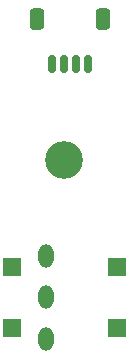
<source format=gbr>
%TF.GenerationSoftware,KiCad,Pcbnew,8.0.2*%
%TF.CreationDate,2024-10-24T00:18:05+02:00*%
%TF.ProjectId,leverBox,6c657665-7242-46f7-982e-6b696361645f,rev?*%
%TF.SameCoordinates,Original*%
%TF.FileFunction,Soldermask,Top*%
%TF.FilePolarity,Negative*%
%FSLAX46Y46*%
G04 Gerber Fmt 4.6, Leading zero omitted, Abs format (unit mm)*
G04 Created by KiCad (PCBNEW 8.0.2) date 2024-10-24 00:18:05*
%MOMM*%
%LPD*%
G01*
G04 APERTURE LIST*
G04 Aperture macros list*
%AMRoundRect*
0 Rectangle with rounded corners*
0 $1 Rounding radius*
0 $2 $3 $4 $5 $6 $7 $8 $9 X,Y pos of 4 corners*
0 Add a 4 corners polygon primitive as box body*
4,1,4,$2,$3,$4,$5,$6,$7,$8,$9,$2,$3,0*
0 Add four circle primitives for the rounded corners*
1,1,$1+$1,$2,$3*
1,1,$1+$1,$4,$5*
1,1,$1+$1,$6,$7*
1,1,$1+$1,$8,$9*
0 Add four rect primitives between the rounded corners*
20,1,$1+$1,$2,$3,$4,$5,0*
20,1,$1+$1,$4,$5,$6,$7,0*
20,1,$1+$1,$6,$7,$8,$9,0*
20,1,$1+$1,$8,$9,$2,$3,0*%
G04 Aperture macros list end*
%ADD10R,1.500000X1.500000*%
%ADD11RoundRect,0.150000X0.150000X0.625000X-0.150000X0.625000X-0.150000X-0.625000X0.150000X-0.625000X0*%
%ADD12RoundRect,0.250000X0.350000X0.650000X-0.350000X0.650000X-0.350000X-0.650000X0.350000X-0.650000X0*%
%ADD13C,3.200000*%
%ADD14O,1.300000X2.000000*%
G04 APERTURE END LIST*
D10*
%TO.C,REF\u002A\u002A*%
X110475000Y-148117000D03*
%TD*%
%TO.C,REF\u002A\u002A*%
X110475000Y-153324000D03*
%TD*%
D11*
%TO.C,J101*%
X108000000Y-131000000D03*
X107000000Y-131000000D03*
X106000000Y-131000000D03*
X105000000Y-131000000D03*
D12*
X109300000Y-127125000D03*
X103700000Y-127125000D03*
%TD*%
D10*
%TO.C,REF\u002A\u002A*%
X101593000Y-153324000D03*
%TD*%
%TO.C,REF\u002A\u002A*%
X101593000Y-148117000D03*
%TD*%
D13*
%TO.C,REF\u002A\u002A*%
X106000000Y-139065000D03*
%TD*%
D14*
%TO.C,SW1*%
X104500000Y-154210000D03*
X104500000Y-150710000D03*
X104500000Y-147210000D03*
%TD*%
M02*

</source>
